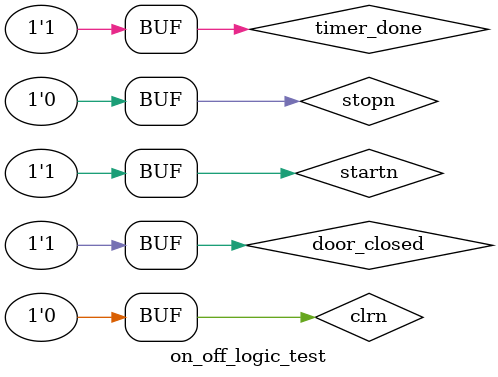
<source format=v>

module on_off_logic_test();
reg startn;
reg stopn;
reg clrn;
reg door_closed;
reg timer_done;
wire set;
wire reset;

on_off_logic dut(startn, stopn, clrn, door_closed, timer_done, set, reset);

initial begin
    startn = 0;door_closed = 1;timer_done = 0;stopn = 1;clrn = 1;
    #10 startn = 0;door_closed = 0;timer_done = 1;stopn = 1;clrn = 0;
    #10 startn = 0;door_closed = 1;timer_done = 0;stopn = 0;clrn = 1;
    #10 startn = 0;door_closed = 1;timer_done = 1;stopn = 1;clrn = 1;
    #10 startn = 1;door_closed = 0;timer_done = 0;stopn = 0;clrn = 0;
    #10 startn = 1;door_closed = 0;timer_done = 1;stopn = 0;clrn = 0;
    #10 startn = 1;door_closed = 1;timer_done = 0;stopn = 1;clrn = 0;
    #10 startn = 1;door_closed = 1;timer_done = 1;stopn = 1;clrn = 1;
    #10 startn = 1;door_closed = 1;timer_done = 1;stopn = 0;clrn = 0;
end

initial begin
    $dumpfile("on_off_logic.vcd");
    $dumpvars(0, on_off_logic_test);
end

endmodule

</source>
